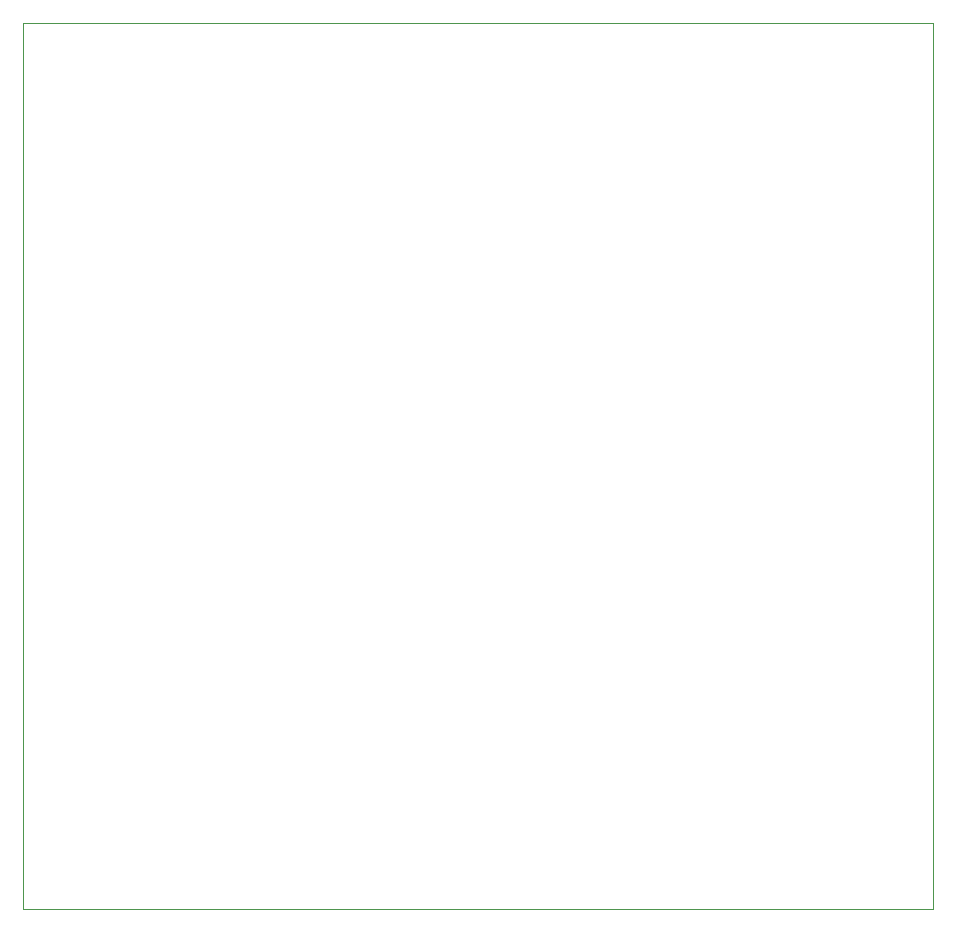
<source format=gbr>
G04 #@! TF.GenerationSoftware,KiCad,Pcbnew,(5.1.2)-1*
G04 #@! TF.CreationDate,2020-06-07T00:30:59+09:00*
G04 #@! TF.ProjectId,universal_power_board,756e6976-6572-4736-916c-5f706f776572,rev?*
G04 #@! TF.SameCoordinates,Original*
G04 #@! TF.FileFunction,Profile,NP*
%FSLAX46Y46*%
G04 Gerber Fmt 4.6, Leading zero omitted, Abs format (unit mm)*
G04 Created by KiCad (PCBNEW (5.1.2)-1) date 2020-06-07 00:30:59*
%MOMM*%
%LPD*%
G04 APERTURE LIST*
%ADD10C,0.050000*%
G04 APERTURE END LIST*
D10*
X189000000Y-74000000D02*
X112000000Y-74000000D01*
X112000000Y-149000000D02*
X189000000Y-149000000D01*
X112000000Y-74000000D02*
X112000000Y-149000000D01*
X189000000Y-149000000D02*
X189000000Y-74000000D01*
M02*

</source>
